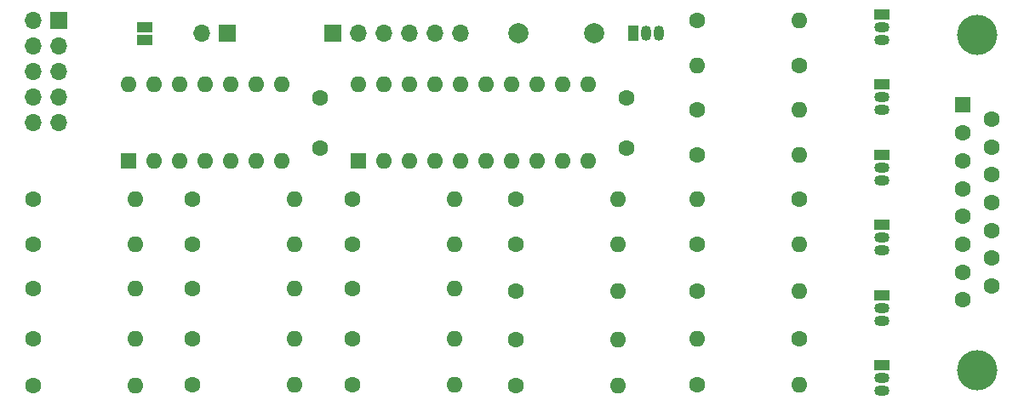
<source format=gbr>
%TF.GenerationSoftware,KiCad,Pcbnew,7.0.8*%
%TF.CreationDate,2025-04-01T12:55:52+02:00*%
%TF.ProjectId,colorswitch,636f6c6f-7273-4776-9974-63682e6b6963,rev?*%
%TF.SameCoordinates,Original*%
%TF.FileFunction,Soldermask,Top*%
%TF.FilePolarity,Negative*%
%FSLAX46Y46*%
G04 Gerber Fmt 4.6, Leading zero omitted, Abs format (unit mm)*
G04 Created by KiCad (PCBNEW 7.0.8) date 2025-04-01 12:55:52*
%MOMM*%
%LPD*%
G01*
G04 APERTURE LIST*
%ADD10C,4.000000*%
%ADD11R,1.600000X1.600000*%
%ADD12C,1.600000*%
%ADD13O,1.600000X1.600000*%
%ADD14R,1.700000X1.700000*%
%ADD15O,1.700000X1.700000*%
%ADD16C,2.000000*%
%ADD17R,1.050000X1.500000*%
%ADD18O,1.050000X1.500000*%
%ADD19R,1.500000X1.050000*%
%ADD20O,1.500000X1.050000*%
%ADD21R,1.500000X1.000000*%
G04 APERTURE END LIST*
D10*
%TO.C,J4*%
X190470000Y-80190000D03*
X190470000Y-113490000D03*
D11*
X189050000Y-87145000D03*
D12*
X189050000Y-89915000D03*
X189050000Y-92685000D03*
X189050000Y-95455000D03*
X189050000Y-98225000D03*
X189050000Y-100995000D03*
X189050000Y-103765000D03*
X189050000Y-106535000D03*
X191890000Y-88530000D03*
X191890000Y-91300000D03*
X191890000Y-94070000D03*
X191890000Y-96840000D03*
X191890000Y-99610000D03*
X191890000Y-102380000D03*
X191890000Y-105150000D03*
%TD*%
%TO.C,R30*%
X144537841Y-115082000D03*
D13*
X154697841Y-115082000D03*
%TD*%
D12*
%TO.C,R23*%
X128281841Y-105430000D03*
D13*
X138441841Y-105430000D03*
%TD*%
D14*
%TO.C,J2*%
X126376841Y-80030000D03*
D15*
X128916841Y-80030000D03*
X131456841Y-80030000D03*
X133996841Y-80030000D03*
X136536841Y-80030000D03*
X139076841Y-80030000D03*
%TD*%
D14*
%TO.C,J3*%
X115896841Y-80030000D03*
D15*
X113356841Y-80030000D03*
%TD*%
D12*
%TO.C,R5*%
X162571841Y-114955000D03*
D13*
X172731841Y-114955000D03*
%TD*%
D12*
%TO.C,R13*%
X112406841Y-105430000D03*
D13*
X122566841Y-105430000D03*
%TD*%
D12*
%TO.C,R15*%
X112406841Y-114955000D03*
D13*
X122566841Y-114955000D03*
%TD*%
D14*
%TO.C,J1*%
X99066841Y-78765000D03*
D15*
X96526841Y-78765000D03*
X99066841Y-81305000D03*
X96526841Y-81305000D03*
X99066841Y-83845000D03*
X96526841Y-83845000D03*
X99066841Y-86385000D03*
X96526841Y-86385000D03*
X99066841Y-88925000D03*
X96526841Y-88925000D03*
%TD*%
D11*
%TO.C,U2*%
X106056841Y-92730000D03*
D13*
X108596841Y-92730000D03*
X111136841Y-92730000D03*
X113676841Y-92730000D03*
X116216841Y-92730000D03*
X118756841Y-92730000D03*
X121296841Y-92730000D03*
X121296841Y-85110000D03*
X118756841Y-85110000D03*
X116216841Y-85110000D03*
X113676841Y-85110000D03*
X111136841Y-85110000D03*
X108596841Y-85110000D03*
X106056841Y-85110000D03*
%TD*%
D16*
%TO.C,C3*%
X144851841Y-80030000D03*
X152351841Y-80030000D03*
%TD*%
D12*
%TO.C,R11*%
X112406841Y-96540000D03*
D13*
X122566841Y-96540000D03*
%TD*%
D12*
%TO.C,R17*%
X96531841Y-100985000D03*
D13*
X106691841Y-100985000D03*
%TD*%
D17*
%TO.C,Q8*%
X156221841Y-80030000D03*
D18*
X157491841Y-80030000D03*
X158761841Y-80030000D03*
%TD*%
D12*
%TO.C,R26*%
X144537841Y-96540000D03*
D13*
X154697841Y-96540000D03*
%TD*%
D12*
%TO.C,R27*%
X144537841Y-100985000D03*
D13*
X154697841Y-100985000D03*
%TD*%
D19*
%TO.C,Q3*%
X180986841Y-99080000D03*
D20*
X180986841Y-100350000D03*
X180986841Y-101620000D03*
%TD*%
D12*
%TO.C,R19*%
X96531841Y-110383000D03*
D13*
X106691841Y-110383000D03*
%TD*%
D19*
%TO.C,Q2*%
X180986841Y-78125000D03*
D20*
X180986841Y-79395000D03*
X180986841Y-80665000D03*
%TD*%
D12*
%TO.C,R29*%
X144537841Y-110510000D03*
D13*
X154697841Y-110510000D03*
%TD*%
D12*
%TO.C,R4*%
X162571841Y-92095000D03*
D13*
X172731841Y-92095000D03*
%TD*%
D12*
%TO.C,R14*%
X112406841Y-110383000D03*
D13*
X122566841Y-110383000D03*
%TD*%
D12*
%TO.C,R18*%
X96531841Y-105430000D03*
D13*
X106691841Y-105430000D03*
%TD*%
D21*
%TO.C,JP1*%
X107621841Y-79365000D03*
X107621841Y-80665000D03*
%TD*%
D19*
%TO.C,Q6*%
X180986841Y-106065000D03*
D20*
X180986841Y-107335000D03*
X180986841Y-108605000D03*
%TD*%
D12*
%TO.C,R16*%
X96531841Y-96540000D03*
D13*
X106691841Y-96540000D03*
%TD*%
D12*
%TO.C,R8*%
X172731841Y-83205000D03*
D13*
X162571841Y-83205000D03*
%TD*%
D12*
%TO.C,R10*%
X172731841Y-110383000D03*
D13*
X162571841Y-110383000D03*
%TD*%
D12*
%TO.C,R3*%
X162571841Y-100985000D03*
D13*
X172731841Y-100985000D03*
%TD*%
D12*
%TO.C,R25*%
X128281841Y-114955000D03*
D13*
X138441841Y-114955000D03*
%TD*%
D12*
%TO.C,R6*%
X162571841Y-105684000D03*
D13*
X172731841Y-105684000D03*
%TD*%
D12*
%TO.C,C1*%
X125106841Y-86420000D03*
X125106841Y-91420000D03*
%TD*%
D19*
%TO.C,Q5*%
X180986841Y-113050000D03*
D20*
X180986841Y-114320000D03*
X180986841Y-115590000D03*
%TD*%
D19*
%TO.C,Q1*%
X180986841Y-85110000D03*
D20*
X180986841Y-86380000D03*
X180986841Y-87650000D03*
%TD*%
D12*
%TO.C,R2*%
X162571841Y-78760000D03*
D13*
X172731841Y-78760000D03*
%TD*%
D12*
%TO.C,R9*%
X172731841Y-96540000D03*
D13*
X162571841Y-96540000D03*
%TD*%
D19*
%TO.C,Q4*%
X180986841Y-92095000D03*
D20*
X180986841Y-93365000D03*
X180986841Y-94635000D03*
%TD*%
D12*
%TO.C,R22*%
X128281841Y-100985000D03*
D13*
X138441841Y-100985000D03*
%TD*%
D12*
%TO.C,R28*%
X144537841Y-105684000D03*
D13*
X154697841Y-105684000D03*
%TD*%
D12*
%TO.C,R20*%
X96531841Y-115082000D03*
D13*
X106691841Y-115082000D03*
%TD*%
D12*
%TO.C,C2*%
X155586841Y-91420000D03*
X155586841Y-86420000D03*
%TD*%
%TO.C,R21*%
X128281841Y-96540000D03*
D13*
X138441841Y-96540000D03*
%TD*%
D11*
%TO.C,U1*%
X128916841Y-92730000D03*
D13*
X131456841Y-92730000D03*
X133996841Y-92730000D03*
X136536841Y-92730000D03*
X139076841Y-92730000D03*
X141616841Y-92730000D03*
X144156841Y-92730000D03*
X146696841Y-92730000D03*
X149236841Y-92730000D03*
X151776841Y-92730000D03*
X151776841Y-85110000D03*
X149236841Y-85110000D03*
X146696841Y-85110000D03*
X144156841Y-85110000D03*
X141616841Y-85110000D03*
X139076841Y-85110000D03*
X136536841Y-85110000D03*
X133996841Y-85110000D03*
X131456841Y-85110000D03*
X128916841Y-85110000D03*
%TD*%
D12*
%TO.C,R1*%
X162571841Y-87650000D03*
D13*
X172731841Y-87650000D03*
%TD*%
D12*
%TO.C,R24*%
X128281841Y-110383000D03*
D13*
X138441841Y-110383000D03*
%TD*%
D12*
%TO.C,R12*%
X112406841Y-100985000D03*
D13*
X122566841Y-100985000D03*
%TD*%
M02*

</source>
